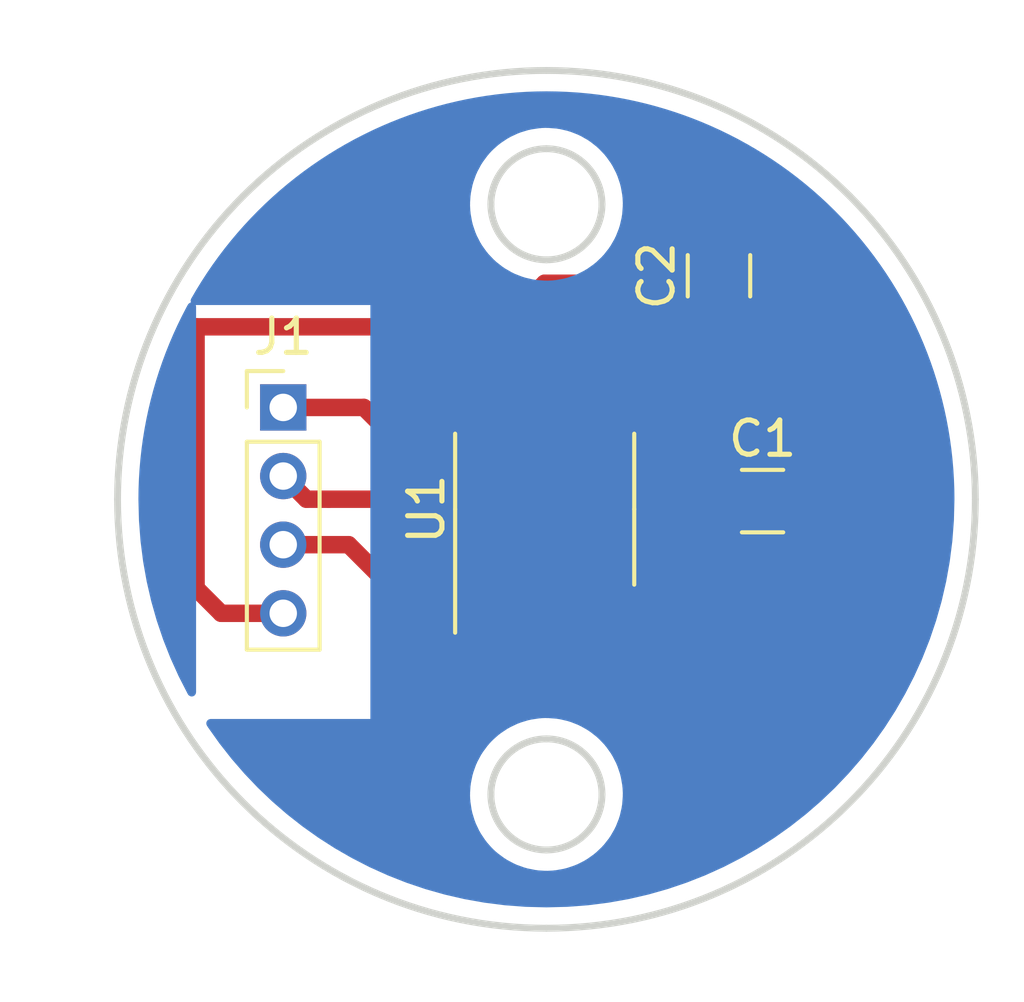
<source format=kicad_pcb>
(kicad_pcb (version 20171130) (host pcbnew "(5.1.6)-1")

  (general
    (thickness 1.6)
    (drawings 17)
    (tracks 34)
    (zones 0)
    (modules 4)
    (nets 15)
  )

  (page A4)
  (layers
    (0 F.Cu signal)
    (31 B.Cu signal)
    (35 F.Paste user hide)
    (37 F.SilkS user)
    (38 B.Mask user)
    (39 F.Mask user hide)
    (44 Edge.Cuts user)
    (45 Margin user)
    (46 B.CrtYd user)
    (47 F.CrtYd user)
    (48 B.Fab user)
    (49 F.Fab user hide)
  )

  (setup
    (last_trace_width 0.25)
    (user_trace_width 0.381)
    (user_trace_width 0.508)
    (user_trace_width 1)
    (trace_clearance 0.2)
    (zone_clearance 0.508)
    (zone_45_only no)
    (trace_min 0.2)
    (via_size 0.8)
    (via_drill 0.4)
    (via_min_size 0.4)
    (via_min_drill 0.3)
    (uvia_size 0.3)
    (uvia_drill 0.1)
    (uvias_allowed no)
    (uvia_min_size 0.2)
    (uvia_min_drill 0.1)
    (edge_width 0.05)
    (segment_width 0.2)
    (pcb_text_width 0.3)
    (pcb_text_size 1.5 1.5)
    (mod_edge_width 0.12)
    (mod_text_size 1 1)
    (mod_text_width 0.15)
    (pad_size 1.524 1.524)
    (pad_drill 0.762)
    (pad_to_mask_clearance 0.05)
    (aux_axis_origin 0 0)
    (visible_elements 7FFFFFFF)
    (pcbplotparams
      (layerselection 0x010c0_ffffffff)
      (usegerberextensions false)
      (usegerberattributes true)
      (usegerberadvancedattributes true)
      (creategerberjobfile true)
      (excludeedgelayer true)
      (linewidth 0.100000)
      (plotframeref false)
      (viasonmask false)
      (mode 1)
      (useauxorigin false)
      (hpglpennumber 1)
      (hpglpenspeed 20)
      (hpglpendiameter 15.000000)
      (psnegative false)
      (psa4output false)
      (plotreference true)
      (plotvalue true)
      (plotinvisibletext false)
      (padsonsilk false)
      (subtractmaskfromsilk false)
      (outputformat 1)
      (mirror false)
      (drillshape 0)
      (scaleselection 1)
      (outputdirectory "Output Gerber Files/V1/"))
  )

  (net 0 "")
  (net 1 "Net-(C1-Pad1)")
  (net 2 "Net-(C1-Pad2)")
  (net 3 "Net-(C2-Pad1)")
  (net 4 "Net-(J1-Pad2)")
  (net 5 "Net-(J1-Pad3)")
  (net 6 "Net-(U1-Pad3)")
  (net 7 "Net-(U1-Pad4)")
  (net 8 "Net-(U1-Pad5)")
  (net 9 "Net-(U1-Pad6)")
  (net 10 "Net-(U1-Pad7)")
  (net 11 "Net-(U1-Pad8)")
  (net 12 "Net-(U1-Pad9)")
  (net 13 "Net-(U1-Pad10)")
  (net 14 "Net-(U1-Pad14)")

  (net_class Default "This is the default net class."
    (clearance 0.2)
    (trace_width 0.25)
    (via_dia 0.8)
    (via_drill 0.4)
    (uvia_dia 0.3)
    (uvia_drill 0.1)
    (add_net "Net-(C1-Pad1)")
    (add_net "Net-(C1-Pad2)")
    (add_net "Net-(C2-Pad1)")
    (add_net "Net-(J1-Pad2)")
    (add_net "Net-(J1-Pad3)")
    (add_net "Net-(U1-Pad10)")
    (add_net "Net-(U1-Pad14)")
    (add_net "Net-(U1-Pad3)")
    (add_net "Net-(U1-Pad4)")
    (add_net "Net-(U1-Pad5)")
    (add_net "Net-(U1-Pad6)")
    (add_net "Net-(U1-Pad7)")
    (add_net "Net-(U1-Pad8)")
    (add_net "Net-(U1-Pad9)")
  )

  (module Capacitor_SMD:C_1206_3216Metric_Pad1.42x1.75mm_HandSolder (layer F.Cu) (tedit 5B301BBE) (tstamp 5F5BD196)
    (at 158.75 101.6)
    (descr "Capacitor SMD 1206 (3216 Metric), square (rectangular) end terminal, IPC_7351 nominal with elongated pad for handsoldering. (Body size source: http://www.tortai-tech.com/upload/download/2011102023233369053.pdf), generated with kicad-footprint-generator")
    (tags "capacitor handsolder")
    (path /5F51860F)
    (attr smd)
    (fp_text reference C1 (at 0 -1.82) (layer F.SilkS)
      (effects (font (size 1 1) (thickness 0.15)))
    )
    (fp_text value 100nf (at 0 1.82) (layer F.Fab)
      (effects (font (size 1 1) (thickness 0.15)))
    )
    (fp_line (start -1.6 0.8) (end -1.6 -0.8) (layer F.Fab) (width 0.1))
    (fp_line (start -1.6 -0.8) (end 1.6 -0.8) (layer F.Fab) (width 0.1))
    (fp_line (start 1.6 -0.8) (end 1.6 0.8) (layer F.Fab) (width 0.1))
    (fp_line (start 1.6 0.8) (end -1.6 0.8) (layer F.Fab) (width 0.1))
    (fp_line (start -0.602064 -0.91) (end 0.602064 -0.91) (layer F.SilkS) (width 0.12))
    (fp_line (start -0.602064 0.91) (end 0.602064 0.91) (layer F.SilkS) (width 0.12))
    (fp_line (start -2.45 1.12) (end -2.45 -1.12) (layer F.CrtYd) (width 0.05))
    (fp_line (start -2.45 -1.12) (end 2.45 -1.12) (layer F.CrtYd) (width 0.05))
    (fp_line (start 2.45 -1.12) (end 2.45 1.12) (layer F.CrtYd) (width 0.05))
    (fp_line (start 2.45 1.12) (end -2.45 1.12) (layer F.CrtYd) (width 0.05))
    (fp_text user %R (at 0 0) (layer F.Fab)
      (effects (font (size 0.8 0.8) (thickness 0.12)))
    )
    (pad 1 smd roundrect (at -1.4875 0) (size 1.425 1.75) (layers F.Cu F.Paste F.Mask) (roundrect_rratio 0.175439)
      (net 1 "Net-(C1-Pad1)"))
    (pad 2 smd roundrect (at 1.4875 0) (size 1.425 1.75) (layers F.Cu F.Paste F.Mask) (roundrect_rratio 0.175439)
      (net 2 "Net-(C1-Pad2)"))
    (model ${KISYS3DMOD}/Capacitor_SMD.3dshapes/C_1206_3216Metric.wrl
      (at (xyz 0 0 0))
      (scale (xyz 1 1 1))
      (rotate (xyz 0 0 0))
    )
  )

  (module Capacitor_SMD:C_1206_3216Metric_Pad1.42x1.75mm_HandSolder (layer F.Cu) (tedit 5B301BBE) (tstamp 5F5BD1A7)
    (at 157.48 95.0325 90)
    (descr "Capacitor SMD 1206 (3216 Metric), square (rectangular) end terminal, IPC_7351 nominal with elongated pad for handsoldering. (Body size source: http://www.tortai-tech.com/upload/download/2011102023233369053.pdf), generated with kicad-footprint-generator")
    (tags "capacitor handsolder")
    (path /5F517F1A)
    (attr smd)
    (fp_text reference C2 (at 0 -1.82 90) (layer F.SilkS)
      (effects (font (size 1 1) (thickness 0.15)))
    )
    (fp_text value 10uf (at 0 1.82 90) (layer F.Fab)
      (effects (font (size 1 1) (thickness 0.15)))
    )
    (fp_line (start 2.45 1.12) (end -2.45 1.12) (layer F.CrtYd) (width 0.05))
    (fp_line (start 2.45 -1.12) (end 2.45 1.12) (layer F.CrtYd) (width 0.05))
    (fp_line (start -2.45 -1.12) (end 2.45 -1.12) (layer F.CrtYd) (width 0.05))
    (fp_line (start -2.45 1.12) (end -2.45 -1.12) (layer F.CrtYd) (width 0.05))
    (fp_line (start -0.602064 0.91) (end 0.602064 0.91) (layer F.SilkS) (width 0.12))
    (fp_line (start -0.602064 -0.91) (end 0.602064 -0.91) (layer F.SilkS) (width 0.12))
    (fp_line (start 1.6 0.8) (end -1.6 0.8) (layer F.Fab) (width 0.1))
    (fp_line (start 1.6 -0.8) (end 1.6 0.8) (layer F.Fab) (width 0.1))
    (fp_line (start -1.6 -0.8) (end 1.6 -0.8) (layer F.Fab) (width 0.1))
    (fp_line (start -1.6 0.8) (end -1.6 -0.8) (layer F.Fab) (width 0.1))
    (fp_text user %R (at 0 0 90) (layer F.Fab)
      (effects (font (size 0.8 0.8) (thickness 0.12)))
    )
    (pad 2 smd roundrect (at 1.4875 0 90) (size 1.425 1.75) (layers F.Cu F.Paste F.Mask) (roundrect_rratio 0.175439)
      (net 2 "Net-(C1-Pad2)"))
    (pad 1 smd roundrect (at -1.4875 0 90) (size 1.425 1.75) (layers F.Cu F.Paste F.Mask) (roundrect_rratio 0.175439)
      (net 3 "Net-(C2-Pad1)"))
    (model ${KISYS3DMOD}/Capacitor_SMD.3dshapes/C_1206_3216Metric.wrl
      (at (xyz 0 0 0))
      (scale (xyz 1 1 1))
      (rotate (xyz 0 0 0))
    )
  )

  (module Connector_PinHeader_2.00mm:PinHeader_1x04_P2.00mm_Vertical (layer F.Cu) (tedit 59FED667) (tstamp 5F5BD1BF)
    (at 144.78 98.87)
    (descr "Through hole straight pin header, 1x04, 2.00mm pitch, single row")
    (tags "Through hole pin header THT 1x04 2.00mm single row")
    (path /5F518ED6)
    (fp_text reference J1 (at 0 -2.06) (layer F.SilkS)
      (effects (font (size 1 1) (thickness 0.15)))
    )
    (fp_text value Conn_01x04 (at 0 8.06) (layer F.Fab)
      (effects (font (size 1 1) (thickness 0.15)))
    )
    (fp_line (start -0.5 -1) (end 1 -1) (layer F.Fab) (width 0.1))
    (fp_line (start 1 -1) (end 1 7) (layer F.Fab) (width 0.1))
    (fp_line (start 1 7) (end -1 7) (layer F.Fab) (width 0.1))
    (fp_line (start -1 7) (end -1 -0.5) (layer F.Fab) (width 0.1))
    (fp_line (start -1 -0.5) (end -0.5 -1) (layer F.Fab) (width 0.1))
    (fp_line (start -1.06 7.06) (end 1.06 7.06) (layer F.SilkS) (width 0.12))
    (fp_line (start -1.06 1) (end -1.06 7.06) (layer F.SilkS) (width 0.12))
    (fp_line (start 1.06 1) (end 1.06 7.06) (layer F.SilkS) (width 0.12))
    (fp_line (start -1.06 1) (end 1.06 1) (layer F.SilkS) (width 0.12))
    (fp_line (start -1.06 0) (end -1.06 -1.06) (layer F.SilkS) (width 0.12))
    (fp_line (start -1.06 -1.06) (end 0 -1.06) (layer F.SilkS) (width 0.12))
    (fp_line (start -1.5 -1.5) (end -1.5 7.5) (layer F.CrtYd) (width 0.05))
    (fp_line (start -1.5 7.5) (end 1.5 7.5) (layer F.CrtYd) (width 0.05))
    (fp_line (start 1.5 7.5) (end 1.5 -1.5) (layer F.CrtYd) (width 0.05))
    (fp_line (start 1.5 -1.5) (end -1.5 -1.5) (layer F.CrtYd) (width 0.05))
    (fp_text user %R (at 0 3 90) (layer F.Fab)
      (effects (font (size 1 1) (thickness 0.15)))
    )
    (pad 1 thru_hole rect (at 0 0) (size 1.35 1.35) (drill 0.8) (layers *.Cu *.Mask)
      (net 1 "Net-(C1-Pad1)"))
    (pad 2 thru_hole oval (at 0 2) (size 1.35 1.35) (drill 0.8) (layers *.Cu *.Mask)
      (net 4 "Net-(J1-Pad2)"))
    (pad 3 thru_hole oval (at 0 4) (size 1.35 1.35) (drill 0.8) (layers *.Cu *.Mask)
      (net 5 "Net-(J1-Pad3)"))
    (pad 4 thru_hole oval (at 0 6) (size 1.35 1.35) (drill 0.8) (layers *.Cu *.Mask)
      (net 2 "Net-(C1-Pad2)"))
    (model ${KISYS3DMOD}/Connector_PinHeader_2.00mm.3dshapes/PinHeader_1x04_P2.00mm_Vertical.wrl
      (at (xyz 0 0 0))
      (scale (xyz 1 1 1))
      (rotate (xyz 0 0 0))
    )
  )

  (module Package_SO:TSSOP-14_4.4x5mm_P0.65mm (layer F.Cu) (tedit 5E476F32) (tstamp 5F5BD1DF)
    (at 152.4 101.835001 90)
    (descr "TSSOP, 14 Pin (JEDEC MO-153 Var AB-1 https://www.jedec.org/document_search?search_api_views_fulltext=MO-153), generated with kicad-footprint-generator ipc_gullwing_generator.py")
    (tags "TSSOP SO")
    (path /5F516257)
    (attr smd)
    (fp_text reference U1 (at 0 -3.45 90) (layer F.SilkS)
      (effects (font (size 1 1) (thickness 0.15)))
    )
    (fp_text value AS5048B (at 0 3.45 90) (layer F.Fab)
      (effects (font (size 1 1) (thickness 0.15)))
    )
    (fp_line (start 0 2.61) (end 2.2 2.61) (layer F.SilkS) (width 0.12))
    (fp_line (start 0 2.61) (end -2.2 2.61) (layer F.SilkS) (width 0.12))
    (fp_line (start 0 -2.61) (end 2.2 -2.61) (layer F.SilkS) (width 0.12))
    (fp_line (start 0 -2.61) (end -3.6 -2.61) (layer F.SilkS) (width 0.12))
    (fp_line (start -1.2 -2.5) (end 2.2 -2.5) (layer F.Fab) (width 0.1))
    (fp_line (start 2.2 -2.5) (end 2.2 2.5) (layer F.Fab) (width 0.1))
    (fp_line (start 2.2 2.5) (end -2.2 2.5) (layer F.Fab) (width 0.1))
    (fp_line (start -2.2 2.5) (end -2.2 -1.5) (layer F.Fab) (width 0.1))
    (fp_line (start -2.2 -1.5) (end -1.2 -2.5) (layer F.Fab) (width 0.1))
    (fp_line (start -3.85 -2.75) (end -3.85 2.75) (layer F.CrtYd) (width 0.05))
    (fp_line (start -3.85 2.75) (end 3.85 2.75) (layer F.CrtYd) (width 0.05))
    (fp_line (start 3.85 2.75) (end 3.85 -2.75) (layer F.CrtYd) (width 0.05))
    (fp_line (start 3.85 -2.75) (end -3.85 -2.75) (layer F.CrtYd) (width 0.05))
    (fp_text user %R (at 0 0 90) (layer F.Fab)
      (effects (font (size 1 1) (thickness 0.15)))
    )
    (pad 1 smd roundrect (at -2.8625 -1.95 90) (size 1.475 0.4) (layers F.Cu F.Paste F.Mask) (roundrect_rratio 0.25)
      (net 5 "Net-(J1-Pad3)"))
    (pad 2 smd roundrect (at -2.8625 -1.3 90) (size 1.475 0.4) (layers F.Cu F.Paste F.Mask) (roundrect_rratio 0.25)
      (net 4 "Net-(J1-Pad2)"))
    (pad 3 smd roundrect (at -2.8625 -0.65 90) (size 1.475 0.4) (layers F.Cu F.Paste F.Mask) (roundrect_rratio 0.25)
      (net 6 "Net-(U1-Pad3)"))
    (pad 4 smd roundrect (at -2.8625 0 90) (size 1.475 0.4) (layers F.Cu F.Paste F.Mask) (roundrect_rratio 0.25)
      (net 7 "Net-(U1-Pad4)"))
    (pad 5 smd roundrect (at -2.8625 0.65 90) (size 1.475 0.4) (layers F.Cu F.Paste F.Mask) (roundrect_rratio 0.25)
      (net 8 "Net-(U1-Pad5)"))
    (pad 6 smd roundrect (at -2.8625 1.3 90) (size 1.475 0.4) (layers F.Cu F.Paste F.Mask) (roundrect_rratio 0.25)
      (net 9 "Net-(U1-Pad6)"))
    (pad 7 smd roundrect (at -2.8625 1.95 90) (size 1.475 0.4) (layers F.Cu F.Paste F.Mask) (roundrect_rratio 0.25)
      (net 10 "Net-(U1-Pad7)"))
    (pad 8 smd roundrect (at 2.8625 1.95 90) (size 1.475 0.4) (layers F.Cu F.Paste F.Mask) (roundrect_rratio 0.25)
      (net 11 "Net-(U1-Pad8)"))
    (pad 9 smd roundrect (at 2.8625 1.3 90) (size 1.475 0.4) (layers F.Cu F.Paste F.Mask) (roundrect_rratio 0.25)
      (net 12 "Net-(U1-Pad9)"))
    (pad 10 smd roundrect (at 2.8625 0.65 90) (size 1.475 0.4) (layers F.Cu F.Paste F.Mask) (roundrect_rratio 0.25)
      (net 13 "Net-(U1-Pad10)"))
    (pad 11 smd roundrect (at 2.8625 0 90) (size 1.475 0.4) (layers F.Cu F.Paste F.Mask) (roundrect_rratio 0.25)
      (net 1 "Net-(C1-Pad1)"))
    (pad 12 smd roundrect (at 2.8625 -0.65 90) (size 1.475 0.4) (layers F.Cu F.Paste F.Mask) (roundrect_rratio 0.25)
      (net 3 "Net-(C2-Pad1)"))
    (pad 13 smd roundrect (at 2.8625 -1.3 90) (size 1.475 0.4) (layers F.Cu F.Paste F.Mask) (roundrect_rratio 0.25)
      (net 2 "Net-(C1-Pad2)"))
    (pad 14 smd roundrect (at 2.8625 -1.95 90) (size 1.475 0.4) (layers F.Cu F.Paste F.Mask) (roundrect_rratio 0.25)
      (net 14 "Net-(U1-Pad14)"))
    (model ${KISYS3DMOD}/Package_SO.3dshapes/TSSOP-14_4.4x5mm_P0.65mm.wrl
      (at (xyz 0 0 0))
      (scale (xyz 1 1 1))
      (rotate (xyz 0 0 0))
    )
  )

  (gr_curve (pts (xy 151.30614 109.003815) (xy 151.60982 108.700136) (xy 152.021698 108.529531) (xy 152.451165 108.529532)) (layer Edge.Cuts) (width 0.2))
  (gr_curve (pts (xy 151.30614 111.293863) (xy 151.00246 110.990184) (xy 150.831855 110.578306) (xy 150.831855 110.148839)) (layer Edge.Cuts) (width 0.2))
  (gr_curve (pts (xy 150.831855 110.148839) (xy 150.831855 109.719372) (xy 151.00246 109.307494) (xy 151.30614 109.003815)) (layer Edge.Cuts) (width 0.2))
  (gr_curve (pts (xy 152.451165 108.529532) (xy 153.345481 108.529536) (xy 154.070465 109.254523) (xy 154.070465 110.148839)) (layer Edge.Cuts) (width 0.2))
  (gr_curve (pts (xy 143.61233 92.71) (xy 145.956535 90.365796) (xy 149.135959 89.048835) (xy 152.451165 89.048835)) (layer Edge.Cuts) (width 0.2))
  (gr_curve (pts (xy 154.070465 110.148839) (xy 154.070465 111.043155) (xy 153.345481 111.768142) (xy 152.451165 111.768146)) (layer Edge.Cuts) (width 0.2))
  (gr_curve (pts (xy 152.451165 91.329505) (xy 153.345482 91.329509) (xy 154.070467 92.054498) (xy 154.070465 92.948815)) (layer Edge.Cuts) (width 0.2))
  (gr_curve (pts (xy 152.451165 89.048835) (xy 155.766371 89.048835) (xy 158.945795 90.365796) (xy 161.29 92.71)) (layer Edge.Cuts) (width 0.2))
  (gr_curve (pts (xy 154.070465 92.948815) (xy 154.070461 93.843128) (xy 153.345478 94.568111) (xy 152.451165 94.568115)) (layer Edge.Cuts) (width 0.2))
  (gr_curve (pts (xy 150.831855 92.948815) (xy 150.831854 92.519347) (xy 151.002459 92.107469) (xy 151.306139 91.803789)) (layer Edge.Cuts) (width 0.2))
  (gr_curve (pts (xy 152.451165 114.048833) (xy 145.547606 114.048833) (xy 139.951166 108.452394) (xy 139.951165 101.548835)) (layer Edge.Cuts) (width 0.2))
  (gr_curve (pts (xy 151.306139 91.803789) (xy 151.609819 91.500109) (xy 152.021697 91.329504) (xy 152.451165 91.329505)) (layer Edge.Cuts) (width 0.2))
  (gr_curve (pts (xy 152.451165 94.568115) (xy 151.556848 94.568117) (xy 150.831859 93.843132) (xy 150.831855 92.948815)) (layer Edge.Cuts) (width 0.2))
  (gr_curve (pts (xy 152.451165 111.768146) (xy 152.021698 111.768147) (xy 151.60982 111.597542) (xy 151.30614 111.293863)) (layer Edge.Cuts) (width 0.2))
  (gr_curve (pts (xy 139.951165 101.548835) (xy 139.951165 98.233629) (xy 141.268126 95.054205) (xy 143.61233 92.71)) (layer Edge.Cuts) (width 0.2))
  (gr_curve (pts (xy 164.951165 101.548835) (xy 164.951164 108.452394) (xy 159.354724 114.048833) (xy 152.451165 114.048833)) (layer Edge.Cuts) (width 0.2))
  (gr_curve (pts (xy 161.29 92.71) (xy 163.634204 95.054205) (xy 164.951165 98.233629) (xy 164.951165 101.548835)) (layer Edge.Cuts) (width 0.2))

  (segment (start 152.4 98.972501) (end 152.4 99.753689) (width 0.381) (layer F.Cu) (net 1))
  (segment (start 147.13 98.87) (end 148.59 100.33) (width 0.508) (layer F.Cu) (net 1))
  (segment (start 144.78 98.87) (end 147.13 98.87) (width 0.508) (layer F.Cu) (net 1))
  (segment (start 152.4 99.753689) (end 152.4 100.965) (width 0.508) (layer F.Cu) (net 1))
  (segment (start 152.4 100.965) (end 149.86 100.965) (width 0.508) (layer F.Cu) (net 1))
  (segment (start 149.225 100.33) (end 148.59 100.33) (width 0.508) (layer F.Cu) (net 1))
  (segment (start 149.86 100.965) (end 149.225 100.33) (width 0.508) (layer F.Cu) (net 1))
  (segment (start 156.6275 100.965) (end 157.2625 101.6) (width 0.508) (layer F.Cu) (net 1))
  (segment (start 152.4 100.965) (end 156.6275 100.965) (width 0.508) (layer F.Cu) (net 1))
  (segment (start 151.13 96.52) (end 151.13 99.06) (width 0.381) (layer F.Cu) (net 2))
  (segment (start 142.97 104.87) (end 142.24 104.14) (width 0.508) (layer F.Cu) (net 2))
  (segment (start 144.78 104.87) (end 142.97 104.87) (width 0.508) (layer F.Cu) (net 2))
  (segment (start 142.24 104.14) (end 142.24 96.52) (width 0.508) (layer F.Cu) (net 2))
  (segment (start 142.24 96.52) (end 151.13 96.52) (width 0.508) (layer F.Cu) (net 2))
  (segment (start 155.775 95.25) (end 157.48 93.545) (width 0.508) (layer F.Cu) (net 2))
  (segment (start 151.13 96.52) (end 152.4 95.25) (width 0.508) (layer F.Cu) (net 2))
  (segment (start 152.4 95.25) (end 155.775 95.25) (width 0.508) (layer F.Cu) (net 2))
  (segment (start 157.48 93.545) (end 160.2375 96.3025) (width 0.508) (layer F.Cu) (net 2))
  (segment (start 160.2375 96.3025) (end 160.2375 101.6) (width 0.508) (layer F.Cu) (net 2))
  (segment (start 151.75 98.972501) (end 151.75 98.191313) (width 0.381) (layer F.Cu) (net 3))
  (segment (start 152.840303 97.101011) (end 152.275657 97.665657) (width 0.508) (layer F.Cu) (net 3))
  (segment (start 153.421313 96.52) (end 152.840303 97.101011) (width 0.508) (layer F.Cu) (net 3))
  (segment (start 157.48 96.52) (end 153.421313 96.52) (width 0.508) (layer F.Cu) (net 3))
  (segment (start 151.75 98.191313) (end 152.275657 97.665657) (width 0.381) (layer F.Cu) (net 3))
  (segment (start 151.1 103.916313) (end 148.728686 101.544999) (width 0.381) (layer F.Cu) (net 4))
  (segment (start 151.1 104.697501) (end 151.1 103.916313) (width 0.381) (layer F.Cu) (net 4))
  (segment (start 144.78 100.87) (end 145.454999 101.544999) (width 0.508) (layer F.Cu) (net 4))
  (segment (start 145.454999 101.544999) (end 146.105001 101.544999) (width 0.508) (layer F.Cu) (net 4))
  (segment (start 146.105001 101.544999) (end 148.728686 101.544999) (width 0.508) (layer F.Cu) (net 4))
  (segment (start 148.728686 101.544999) (end 148.818488 101.544999) (width 0.508) (layer F.Cu) (net 4))
  (segment (start 148.818488 101.544999) (end 151.1 103.826511) (width 0.508) (layer F.Cu) (net 4))
  (segment (start 144.78 102.87) (end 146.685 102.87) (width 0.508) (layer F.Cu) (net 5))
  (segment (start 148.512501 104.697501) (end 150.44599 104.697501) (width 0.508) (layer F.Cu) (net 5))
  (segment (start 146.685 102.87) (end 148.512501 104.697501) (width 0.508) (layer F.Cu) (net 5))

  (zone (net 0) (net_name "") (layer F.Cu) (tstamp 0) (hatch edge 0.508)
    (connect_pads (clearance 0.508))
    (min_thickness 0.254)
    (keepout (tracks allowed) (vias allowed) (copperpour not_allowed))
    (fill (arc_segments 32) (thermal_gap 0.508) (thermal_bridge_width 0.508))
    (polygon
      (pts
        (xy 166.37 116.205) (xy 136.525 116.205) (xy 136.525 86.995) (xy 165.1 86.995)
      )
    )
  )
  (zone (net 0) (net_name "") (layer B.Cu) (tstamp 0) (hatch edge 0.508)
    (connect_pads (clearance 0.508))
    (min_thickness 0.254)
    (keepout (tracks allowed) (vias allowed) (copperpour not_allowed))
    (fill (arc_segments 32) (thermal_gap 0.508) (thermal_bridge_width 0.508))
    (polygon
      (pts
        (xy 147.32 107.95) (xy 142.24 107.95) (xy 142.24 95.885) (xy 147.32 95.885)
      )
    )
  )
  (zone (net 0) (net_name "") (layer B.Cu) (tstamp 5F73CDE4) (hatch edge 0.508)
    (connect_pads (clearance 0.508))
    (min_thickness 0.254)
    (fill yes (arc_segments 32) (thermal_gap 0.508) (thermal_bridge_width 0.508))
    (polygon
      (pts
        (xy 166.37 116.205) (xy 136.525 116.205) (xy 136.525 86.995) (xy 165.1 86.995)
      )
    )
    (filled_polygon
      (pts
        (xy 152.743298 89.787514) (xy 153.034603 89.798351) (xy 153.324852 89.816349) (xy 153.614004 89.84146) (xy 153.901947 89.873636)
        (xy 154.188525 89.912825) (xy 154.473603 89.958972) (xy 154.7571 90.012034) (xy 155.038898 90.071961) (xy 155.318846 90.138698)
        (xy 155.59688 90.212209) (xy 155.872808 90.292425) (xy 156.146549 90.379307) (xy 156.417992 90.472809) (xy 156.686993 90.572873)
        (xy 156.953412 90.679442) (xy 157.217175 90.792482) (xy 157.478133 90.911934) (xy 157.736164 91.037745) (xy 157.991174 91.16988)
        (xy 158.243032 91.308284) (xy 158.491559 91.452874) (xy 158.736731 91.603652) (xy 158.978373 91.760542) (xy 159.21635 91.923481)
        (xy 159.45056 92.09243) (xy 159.680935 92.267378) (xy 159.907275 92.448217) (xy 160.129496 92.634924) (xy 160.347441 92.82742)
        (xy 160.561081 93.025732) (xy 160.770237 93.229763) (xy 160.974247 93.438898) (xy 161.172561 93.652538) (xy 161.365094 93.870526)
        (xy 161.551786 94.092729) (xy 161.732621 94.319064) (xy 161.90755 94.549413) (xy 162.076524 94.783658) (xy 162.239457 95.021626)
        (xy 162.396324 95.263233) (xy 162.547126 95.50844) (xy 162.691715 95.756967) (xy 162.830101 96.008792) (xy 162.962254 96.263835)
        (xy 163.088072 96.521882) (xy 163.20752 96.78283) (xy 163.320553 97.046575) (xy 163.427128 97.313012) (xy 163.527194 97.582019)
        (xy 163.620691 97.853449) (xy 163.707574 98.127192) (xy 163.787787 98.403109) (xy 163.861303 98.681162) (xy 163.928038 98.961101)
        (xy 163.987965 99.242899) (xy 164.041027 99.526396) (xy 164.087174 99.811474) (xy 164.126363 100.098052) (xy 164.158539 100.385995)
        (xy 164.18365 100.675144) (xy 164.201648 100.965396) (xy 164.212485 101.256701) (xy 164.21605 101.544092) (xy 164.200604 102.154906)
        (xy 164.155152 102.752645) (xy 164.08033 103.341465) (xy 163.976895 103.920671) (xy 163.845577 104.48964) (xy 163.687123 105.047641)
        (xy 163.502253 105.594006) (xy 163.291691 106.128036) (xy 163.056179 106.648978) (xy 162.796423 107.156147) (xy 162.51316 107.648788)
        (xy 162.207123 108.126161) (xy 161.879068 108.587485) (xy 161.529721 109.032033) (xy 161.159822 109.45906) (xy 160.770117 109.867807)
        (xy 160.361391 110.25749) (xy 159.934355 110.627398) (xy 159.489803 110.976746) (xy 159.028476 111.304802) (xy 158.551134 111.610821)
        (xy 158.058476 111.894092) (xy 157.551324 112.15384) (xy 157.030373 112.389357) (xy 156.496348 112.599917) (xy 155.949964 112.784792)
        (xy 155.391961 112.943248) (xy 154.823006 113.074562) (xy 154.243791 113.177998) (xy 153.654974 113.25282) (xy 153.057234 113.298273)
        (xy 152.451165 113.313598) (xy 151.845096 113.298273) (xy 151.247353 113.25282) (xy 150.658534 113.177998) (xy 150.079323 113.074562)
        (xy 149.510368 112.943248) (xy 148.952365 112.784792) (xy 148.405981 112.599917) (xy 147.871963 112.38936) (xy 147.351021 112.153848)
        (xy 146.843843 111.894087) (xy 146.35121 111.610829) (xy 145.873852 111.304802) (xy 145.412527 110.976746) (xy 144.967961 110.627387)
        (xy 144.540938 110.257491) (xy 144.444836 110.165866) (xy 150.097053 110.165866) (xy 150.097362 110.176124) (xy 150.101829 110.296373)
        (xy 150.106624 110.331709) (xy 150.107919 110.367339) (xy 150.109361 110.377499) (xy 150.144544 110.613422) (xy 150.156442 110.660854)
        (xy 150.165353 110.708906) (xy 150.168268 110.718745) (xy 150.237211 110.945585) (xy 150.255844 110.990557) (xy 150.271607 111.036607)
        (xy 150.275927 111.045916) (xy 150.377147 111.260084) (xy 150.402202 111.301954) (xy 150.424572 111.345289) (xy 150.430207 111.353866)
        (xy 150.562218 111.551782) (xy 150.590488 111.586317) (xy 150.616119 111.62284) (xy 150.622859 111.630578) (xy 150.755321 111.780508)
        (xy 150.778209 111.801806) (xy 150.798599 111.825489) (xy 150.80607 111.832524) (xy 150.894258 111.914394) (xy 150.922639 111.935993)
        (xy 150.948744 111.960266) (xy 150.956948 111.966431) (xy 151.14865 112.108376) (xy 151.190597 112.133498) (xy 151.230883 112.16118)
        (xy 151.239902 112.166076) (xy 151.44905 112.277724) (xy 151.494025 112.296348) (xy 151.537731 112.317763) (xy 151.547368 112.32129)
        (xy 151.770381 112.401157) (xy 151.817701 112.413046) (xy 151.864169 112.427873) (xy 151.874218 112.429954) (xy 152.107513 112.476555)
        (xy 152.151923 112.480985) (xy 152.195868 112.488686) (xy 152.206106 112.489392) (xy 152.405785 112.501744) (xy 152.441915 112.500444)
        (xy 152.477983 112.502656) (xy 152.488235 112.502211) (xy 152.653799 112.49385) (xy 152.694516 112.487771) (xy 152.735586 112.485111)
        (xy 152.745701 112.483381) (xy 152.984826 112.44076) (xy 153.032808 112.427267) (xy 153.081501 112.416669) (xy 153.091246 112.413451)
        (xy 153.316862 112.337177) (xy 153.361476 112.317053) (xy 153.407236 112.299753) (xy 153.416403 112.295141) (xy 153.625765 112.187962)
        (xy 153.666256 112.161957) (xy 153.708318 112.138631) (xy 153.716724 112.132744) (xy 153.907083 111.997405) (xy 153.943005 111.966165)
        (xy 153.980889 111.937376) (xy 153.988366 111.930347) (xy 154.156976 111.769597) (xy 154.188011 111.733601) (xy 154.221345 111.699748)
        (xy 154.227742 111.691724) (xy 154.371856 111.508308) (xy 154.397636 111.467931) (xy 154.425977 111.429334) (xy 154.431153 111.420473)
        (xy 154.548023 111.21714) (xy 154.568031 111.172803) (xy 154.590789 111.129831) (xy 154.594618 111.120309) (xy 154.681498 110.899807)
        (xy 154.695079 110.852145) (xy 154.711514 110.805419) (xy 154.713889 110.795436) (xy 154.768032 110.560508) (xy 154.774498 110.510573)
        (xy 154.783866 110.461121) (xy 154.784712 110.450894) (xy 154.80337 110.20429) (xy 154.802455 110.163115) (xy 154.804975 110.122021)
        (xy 154.80453 110.111769) (xy 154.796169 109.946204) (xy 154.790091 109.905491) (xy 154.787431 109.864423) (xy 154.785701 109.854307)
        (xy 154.743082 109.615184) (xy 154.729588 109.567196) (xy 154.718991 109.518505) (xy 154.715773 109.50876) (xy 154.6395 109.283143)
        (xy 154.619376 109.238529) (xy 154.602076 109.192769) (xy 154.597464 109.183601) (xy 154.490285 108.974239) (xy 154.464285 108.933755)
        (xy 154.440957 108.891689) (xy 154.43507 108.883284) (xy 154.299733 108.692924) (xy 154.268493 108.657001) (xy 154.2397 108.619112)
        (xy 154.232671 108.611635) (xy 154.071921 108.443025) (xy 154.03593 108.411994) (xy 154.002076 108.378659) (xy 153.994051 108.372262)
        (xy 153.810636 108.228147) (xy 153.770261 108.202368) (xy 153.731663 108.174026) (xy 153.722802 108.168849) (xy 153.51947 108.051978)
        (xy 153.475132 108.031969) (xy 153.432158 108.00921) (xy 153.422637 108.005382) (xy 153.202133 107.918501) (xy 153.154479 107.904922)
        (xy 153.107745 107.888484) (xy 153.097761 107.886109) (xy 152.862834 107.831966) (xy 152.812902 107.8255) (xy 152.76345 107.816132)
        (xy 152.753223 107.815286) (xy 152.50662 107.796627) (xy 152.470326 107.797434) (xy 152.434138 107.79473) (xy 152.42388 107.795039)
        (xy 152.30363 107.799506) (xy 152.268301 107.8043) (xy 152.232668 107.805595) (xy 152.222508 107.807038) (xy 151.986583 107.84222)
        (xy 151.939155 107.854117) (xy 151.891096 107.863029) (xy 151.881256 107.865944) (xy 151.654418 107.934887) (xy 151.609441 107.953522)
        (xy 151.563398 107.969283) (xy 151.554089 107.973603) (xy 151.33992 108.074823) (xy 151.298056 108.099874) (xy 151.254712 108.122249)
        (xy 151.246135 108.127883) (xy 151.04822 108.259895) (xy 151.013693 108.288159) (xy 150.977165 108.313793) (xy 150.969427 108.320534)
        (xy 150.819498 108.452994) (xy 150.798206 108.475874) (xy 150.77452 108.496267) (xy 150.767485 108.503739) (xy 150.685614 108.591926)
        (xy 150.664014 108.620308) (xy 150.639736 108.646418) (xy 150.633571 108.654622) (xy 150.491626 108.846324) (xy 150.466507 108.888265)
        (xy 150.438823 108.928554) (xy 150.433927 108.937573) (xy 150.322278 109.146722) (xy 150.303652 109.191701) (xy 150.282238 109.235405)
        (xy 150.278711 109.245042) (xy 150.198844 109.468055) (xy 150.186955 109.515375) (xy 150.172128 109.561843) (xy 150.170047 109.571892)
        (xy 150.123446 109.805186) (xy 150.119016 109.849598) (xy 150.111315 109.893542) (xy 150.110609 109.90378) (xy 150.098257 110.103459)
        (xy 150.099381 110.134705) (xy 150.097053 110.165866) (xy 144.444836 110.165866) (xy 144.132191 109.867786) (xy 143.742508 109.45906)
        (xy 143.372608 109.032034) (xy 143.023253 108.587475) (xy 142.695206 108.126161) (xy 142.66369 108.077) (xy 147.32 108.077)
        (xy 147.344776 108.07456) (xy 147.368601 108.067333) (xy 147.390557 108.055597) (xy 147.409803 108.039803) (xy 147.425597 108.020557)
        (xy 147.437333 107.998601) (xy 147.44456 107.974776) (xy 147.447 107.95) (xy 147.447 95.885) (xy 147.44456 95.860224)
        (xy 147.437333 95.836399) (xy 147.425597 95.814443) (xy 147.409803 95.795197) (xy 147.390557 95.779403) (xy 147.368601 95.767667)
        (xy 147.344776 95.76044) (xy 147.32 95.758) (xy 142.24 95.758) (xy 142.215224 95.76044) (xy 142.207402 95.762813)
        (xy 142.210614 95.756967) (xy 142.355204 95.50844) (xy 142.505982 95.263268) (xy 142.662872 95.021626) (xy 142.825811 94.783649)
        (xy 142.99476 94.549439) (xy 143.169708 94.319064) (xy 143.350547 94.092724) (xy 143.537254 93.870503) (xy 143.72975 93.652558)
        (xy 143.928062 93.438918) (xy 144.132093 93.229763) (xy 144.341228 93.025752) (xy 144.39522 92.975633) (xy 150.097345 92.975633)
        (xy 150.09779 92.985885) (xy 150.106151 93.151449) (xy 150.11223 93.192169) (xy 150.11489 93.233232) (xy 150.116619 93.243348)
        (xy 150.159239 93.482472) (xy 150.172733 93.530458) (xy 150.183331 93.579153) (xy 150.18655 93.588898) (xy 150.262823 93.814513)
        (xy 150.282945 93.859123) (xy 150.300247 93.904887) (xy 150.304859 93.914055) (xy 150.412039 94.123417) (xy 150.438046 94.163912)
        (xy 150.46137 94.205969) (xy 150.467257 94.214375) (xy 150.602596 94.404734) (xy 150.633837 94.440658) (xy 150.662627 94.478542)
        (xy 150.669656 94.486019) (xy 150.830407 94.654629) (xy 150.866396 94.685657) (xy 150.900252 94.718995) (xy 150.908277 94.725392)
        (xy 151.091692 94.869505) (xy 151.132058 94.895279) (xy 151.170668 94.923629) (xy 151.17953 94.928805) (xy 151.382864 95.045675)
        (xy 151.427198 95.065682) (xy 151.470173 95.088441) (xy 151.479694 95.09227) (xy 151.700197 95.179149) (xy 151.747847 95.192727)
        (xy 151.794586 95.209166) (xy 151.804569 95.211541) (xy 152.039496 95.265683) (xy 152.089435 95.272149) (xy 152.138881 95.281516)
        (xy 152.149109 95.282362) (xy 152.395714 95.30102) (xy 152.436888 95.300105) (xy 152.477983 95.302625) (xy 152.488236 95.30218)
        (xy 152.653799 95.293819) (xy 152.694516 95.28774) (xy 152.735585 95.28508) (xy 152.7457 95.28335) (xy 152.984825 95.240729)
        (xy 153.032804 95.227237) (xy 153.081498 95.216639) (xy 153.091243 95.21342) (xy 153.316859 95.137147) (xy 153.361473 95.117023)
        (xy 153.407234 95.099723) (xy 153.416401 95.095111) (xy 153.625763 94.987932) (xy 153.66625 94.96193) (xy 153.708314 94.938603)
        (xy 153.71672 94.932715) (xy 153.907079 94.797377) (xy 153.942999 94.766139) (xy 153.980887 94.737347) (xy 153.988364 94.730318)
        (xy 154.156974 94.569568) (xy 154.18801 94.533571) (xy 154.221342 94.49972) (xy 154.227739 94.491696) (xy 154.371852 94.308282)
        (xy 154.397629 94.26791) (xy 154.425972 94.229311) (xy 154.431148 94.22045) (xy 154.548019 94.017117) (xy 154.568028 93.972779)
        (xy 154.590787 93.929805) (xy 154.594616 93.920283) (xy 154.681496 93.699781) (xy 154.695076 93.652124) (xy 154.711511 93.605397)
        (xy 154.713886 93.595413) (xy 154.76803 93.360486) (xy 154.774496 93.310556) (xy 154.783865 93.261099) (xy 154.784711 93.250872)
        (xy 154.80337 93.00427) (xy 154.802455 92.963096) (xy 154.804975 92.922002) (xy 154.80453 92.911749) (xy 154.79617 92.746184)
        (xy 154.790091 92.705465) (xy 154.787431 92.664396) (xy 154.785702 92.654281) (xy 154.743082 92.415156) (xy 154.729587 92.367163)
        (xy 154.718992 92.318483) (xy 154.715774 92.308738) (xy 154.639502 92.083121) (xy 154.619377 92.038504) (xy 154.602077 91.992744)
        (xy 154.597465 91.983576) (xy 154.490286 91.774214) (xy 154.464286 91.73373) (xy 154.440958 91.691664) (xy 154.435071 91.683259)
        (xy 154.299734 91.492899) (xy 154.268498 91.45698) (xy 154.239703 91.419089) (xy 154.232674 91.411612) (xy 154.071923 91.243)
        (xy 154.035934 91.211972) (xy 154.002077 91.178633) (xy 153.994052 91.172236) (xy 153.810637 91.028121) (xy 153.770267 91.002345)
        (xy 153.731665 90.974) (xy 153.722804 90.968824) (xy 153.519471 90.851952) (xy 153.475133 90.831942) (xy 153.432159 90.809184)
        (xy 153.422638 90.805355) (xy 153.202135 90.718474) (xy 153.154476 90.704893) (xy 153.107746 90.688457) (xy 153.097762 90.686082)
        (xy 152.862835 90.631939) (xy 152.812903 90.625473) (xy 152.763451 90.616105) (xy 152.753223 90.615259) (xy 152.506619 90.5966)
        (xy 152.470326 90.597407) (xy 152.434138 90.594703) (xy 152.42388 90.595012) (xy 152.30363 90.599479) (xy 152.268301 90.604273)
        (xy 152.232668 90.605568) (xy 152.222508 90.607011) (xy 151.986583 90.642193) (xy 151.939163 90.654088) (xy 151.891093 90.663002)
        (xy 151.881254 90.665918) (xy 151.654415 90.734862) (xy 151.609447 90.753494) (xy 151.563399 90.769256) (xy 151.55409 90.773576)
        (xy 151.339921 90.874794) (xy 151.298052 90.899848) (xy 151.254711 90.922222) (xy 151.246134 90.927856) (xy 151.048219 91.059868)
        (xy 151.013689 91.088134) (xy 150.977162 91.113768) (xy 150.969424 91.120508) (xy 150.819495 91.252969) (xy 150.798202 91.275851)
        (xy 150.774516 91.296244) (xy 150.767482 91.303716) (xy 150.68561 91.391904) (xy 150.66401 91.420286) (xy 150.639735 91.446393)
        (xy 150.63357 91.454597) (xy 150.491625 91.646299) (xy 150.466506 91.68824) (xy 150.438822 91.728529) (xy 150.433926 91.737548)
        (xy 150.322277 91.946697) (xy 150.303649 91.991682) (xy 150.282237 92.035381) (xy 150.278709 92.045018) (xy 150.198842 92.268032)
        (xy 150.186953 92.315352) (xy 150.172127 92.361818) (xy 150.170046 92.371868) (xy 150.123445 92.605161) (xy 150.119015 92.649569)
        (xy 150.111313 92.693521) (xy 150.110608 92.703759) (xy 150.098257 92.903439) (xy 150.099557 92.939564) (xy 150.097345 92.975633)
        (xy 144.39522 92.975633) (xy 144.554868 92.827438) (xy 144.772856 92.634905) (xy 144.995059 92.448213) (xy 145.221394 92.267378)
        (xy 145.451743 92.092449) (xy 145.685988 91.923475) (xy 145.923956 91.760542) (xy 146.165563 91.603675) (xy 146.41077 91.452873)
        (xy 146.659297 91.308284) (xy 146.911122 91.169898) (xy 147.166165 91.037745) (xy 147.424212 90.911927) (xy 147.685154 90.792482)
        (xy 147.948917 90.679442) (xy 148.215336 90.572873) (xy 148.484349 90.472805) (xy 148.755779 90.379308) (xy 149.029522 90.292425)
        (xy 149.305439 90.212212) (xy 149.583492 90.138696) (xy 149.863431 90.071961) (xy 150.145229 90.012034) (xy 150.428726 89.958972)
        (xy 150.713804 89.912825) (xy 151.000382 89.873636) (xy 151.288325 89.84146) (xy 151.577474 89.816349) (xy 151.867726 89.798351)
        (xy 152.159031 89.787514) (xy 152.451165 89.783891)
      )
    )
    (filled_polygon
      (pts
        (xy 142.113 107.168484) (xy 142.105906 107.156147) (xy 141.846158 106.648994) (xy 141.610641 106.128043) (xy 141.400076 105.594005)
        (xy 141.215206 105.047641) (xy 141.056753 104.489645) (xy 140.925434 103.920671) (xy 140.821999 103.341461) (xy 140.747177 102.752643)
        (xy 140.701725 102.154907) (xy 140.68628 101.544092) (xy 140.689844 101.256701) (xy 140.700681 100.965396) (xy 140.718679 100.675147)
        (xy 140.74379 100.385995) (xy 140.775966 100.098052) (xy 140.815155 99.811474) (xy 140.861302 99.526396) (xy 140.914364 99.242899)
        (xy 140.974291 98.961101) (xy 141.041028 98.681153) (xy 141.114539 98.403119) (xy 141.194755 98.127191) (xy 141.281637 97.85345)
        (xy 141.375139 97.582007) (xy 141.475203 97.313006) (xy 141.581772 97.046587) (xy 141.694812 96.782824) (xy 141.814264 96.521866)
        (xy 141.940075 96.263835) (xy 142.07221 96.008825) (xy 142.113 95.934599)
      )
    )
  )
)

</source>
